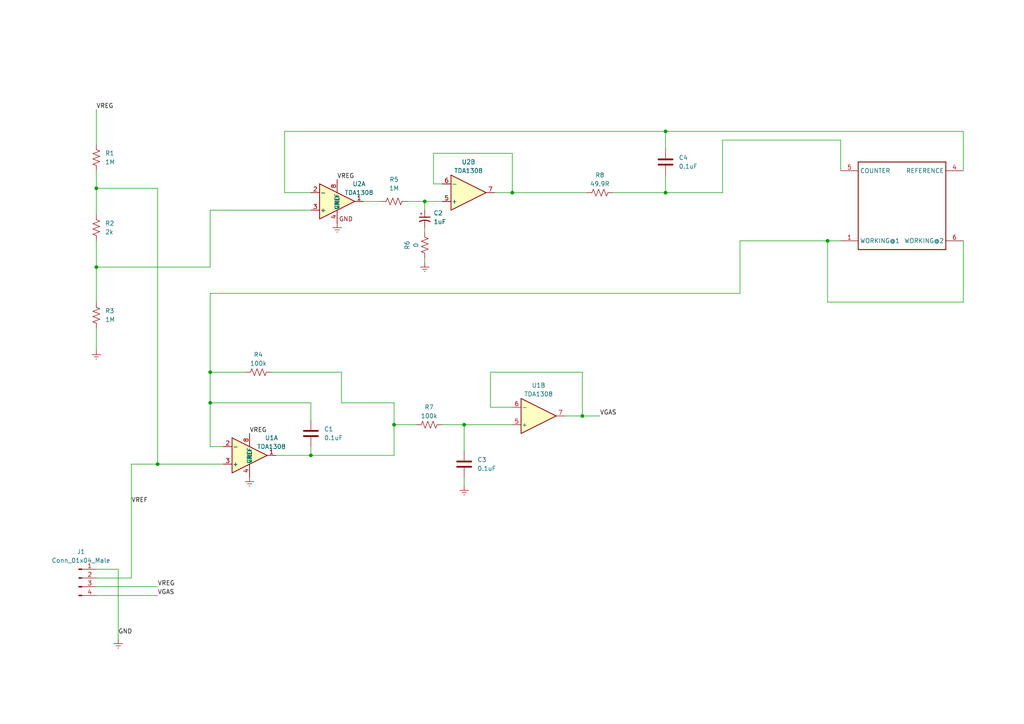
<source format=kicad_sch>
(kicad_sch (version 20211123) (generator eeschema)
  (paper "A4")
  (title_block (title "ULPSM_SCHEMATIC") (date "2022-08-02") (rev "V1.0") (company "University of Washington") (comment 1 "Nakseung Choi") (comment 2 "Vikram Iyer"))
  (lib_symbols
    (symbol "Amplifier_Audio:TDA1308" (pin_names (offset 0.127))
      (property "Reference" "U1" (at 0 10.16 0))
      (property "Value" "TDA1308" (at 0 7.62 0))
      (symbol "TDA1308_1_1"
        (polyline (pts (xy -5.08 5.08) (xy 5.08 0) (xy -5.08 -5.08) (xy -5.08 5.08)) (stroke (width 0.254)) (fill (type background)))
        (pin output line (at 7.62 0 180) (length 2.54) (name "~") (number "1"))
        (pin input line (at -7.62 -2.54 0) (length 2.54) (name "-") (number "2"))
        (pin input line (at -7.62 2.54 0) (length 2.54) (name "+") (number "3"))
      )
      (symbol "TDA1308_2_1"
        (polyline (pts (xy -5.08 5.08) (xy 5.08 0) (xy -5.08 -5.08) (xy -5.08 5.08)) (stroke (width 0.254)) (fill (type background)))
        (pin input line (at -7.62 -2.54 0) (length 2.54) (name "+") (number "5"))
        (pin input line (at -7.62 2.54 0) (length 2.54) (name "-") (number "6"))
        (pin output line (at 7.62 0 180) (length 2.54) (name "~") (number "7"))
      )
      (symbol "TDA1308_3_1"
        (pin power_in line (at -2.54 -7.62 90) (length 3.81) (name "VSS") (number "4"))
        (pin power_in line (at -2.54 7.62 270) (length 3.81) (name "V+") (number "8"))
      )
    )
    (symbol "Connector:Conn_01x04_Male" (pin_names (offset 1.016) hide)
      (property "Reference" "J" (at 0 5.08 0))
      (property "Value" "Conn_01x04_Male" (at 0 -7.62 0))
      (symbol "Conn_01x04_Male_1_1"
        (polyline (pts (xy 1.27 -5.08) (xy 0.8636 -5.08)) (stroke (width 0.1524)))
        (polyline (pts (xy 1.27 -2.54) (xy 0.8636 -2.54)) (stroke (width 0.1524)))
        (polyline (pts (xy 1.27 0) (xy 0.8636 0)) (stroke (width 0.1524)))
        (polyline (pts (xy 1.27 2.54) (xy 0.8636 2.54)) (stroke (width 0.1524)))
        (rectangle (start 0.8636 -4.953) (end 0 -5.207) (stroke (width 0.1524)) (fill (type outline)))
        (rectangle (start 0.8636 -2.413) (end 0 -2.667) (stroke (width 0.1524)) (fill (type outline)))
        (rectangle (start 0.8636 0.127) (end 0 -0.127) (stroke (width 0.1524)) (fill (type outline)))
        (rectangle (start 0.8636 2.667) (end 0 2.413) (stroke (width 0.1524)) (fill (type outline)))
        (pin passive line (at 5.08 2.54 180) (length 3.81) (name "Pin_1") (number "1"))
        (pin passive line (at 5.08 0 180) (length 3.81) (name "Pin_2") (number "2"))
        (pin passive line (at 5.08 -2.54 180) (length 3.81) (name "Pin_3") (number "3"))
        (pin passive line (at 5.08 -5.08 180) (length 3.81) (name "Pin_4") (number "4"))
      )
    )
    (symbol "Device:C" (pin_numbers hide) (pin_names (offset 0.254))
      (property "Reference" "C" (at 0.635 2.54 0))
      (property "Value" "C" (at 0.635 -2.54 0))
      (symbol "C_0_1"
        (polyline (pts (xy -2.032 -0.762) (xy 2.032 -0.762)) (stroke (width 0.508)))
        (polyline (pts (xy -2.032 0.762) (xy 2.032 0.762)) (stroke (width 0.508)))
      )
      (symbol "C_1_1"
        (pin passive line (at 0 3.81 270) (length 2.794) (name "~") (number "1"))
        (pin passive line (at 0 -3.81 90) (length 2.794) (name "~") (number "2"))
      )
    )
    (symbol "Device:C_Polarized_Small_US" (pin_numbers hide) (pin_names (offset 0.254) hide)
      (property "Reference" "C" (at 0.254 1.778 0))
      (property "Value" "C_Polarized_Small_US" (at 0.254 -2.032 0))
      (symbol "C_Polarized_Small_US_0_1"
        (polyline (pts (xy -1.524 0.508) (xy 1.524 0.508)) (stroke (width 0.3048)))
        (polyline (pts (xy -1.27 1.524) (xy -0.762 1.524)))
        (polyline (pts (xy -1.016 1.27) (xy -1.016 1.778)))
        (arc (start 1.524 -0.762) (mid 0 -0.3734) (end -1.524 -0.762) (stroke (width 0.3048)))
      )
      (symbol "C_Polarized_Small_US_1_1"
        (pin passive line (at 0 2.54 270) (length 2.032) (name "~") (number "1"))
        (pin passive line (at 0 -2.54 90) (length 2.032) (name "~") (number "2"))
      )
    )
    (symbol "Device:R_US" (pin_numbers hide) (pin_names (offset 0))
      (property "Reference" "R" (at 2.54 0 90))
      (property "Value" "R_US" (at -2.54 0 90))
      (symbol "R_US_0_1"
        (polyline (pts (xy 0 -2.286) (xy 0 -2.54)))
        (polyline (pts (xy 0 2.286) (xy 0 2.54)))
        (polyline (pts (xy 0 -0.762) (xy 1.016 -1.143) (xy 0 -1.524) (xy -1.016 -1.905) (xy 0 -2.286)))
        (polyline (pts (xy 0 0.762) (xy 1.016 0.381) (xy 0 0) (xy -1.016 -0.381) (xy 0 -0.762)))
        (polyline (pts (xy 0 2.286) (xy 1.016 1.905) (xy 0 1.524) (xy -1.016 1.143) (xy 0 0.762)))
      )
      (symbol "R_US_1_1"
        (pin passive line (at 0 3.81 270) (length 1.27) (name "~") (number "1"))
        (pin passive line (at 0 -3.81 90) (length 1.27) (name "~") (number "2"))
      )
    )
    (symbol "EcobitNRF9160 EV3-eagle-import:SPECSENSOR"
      (symbol "SPECSENSOR_1_0"
        (polyline (pts (xy -12.7 -12.7) (xy 12.7 -12.7)) (stroke (width 0.254)))
        (polyline (pts (xy -12.7 12.7) (xy -12.7 -12.7)) (stroke (width 0.254)))
        (polyline (pts (xy 12.7 -12.7) (xy 12.7 12.7)) (stroke (width 0.254)))
        (polyline (pts (xy 12.7 12.7) (xy -12.7 12.7)) (stroke (width 0.254)))
        (pin bidirectional line (at -17.78 -10.16 0) (length 5.08) (name "WORKING@1") (number "1"))
        (pin bidirectional line (at 17.78 10.16 180) (length 5.08) (name "REFERENCE") (number "4"))
        (pin bidirectional line (at -17.78 10.16 0) (length 5.08) (name "COUNTER") (number "5"))
        (pin bidirectional line (at 17.78 -10.16 180) (length 5.08) (name "WORKING@2") (number "6"))
      )
    )
    (symbol "TDA1308_1" (pin_names (offset 0.127))
      (property "Reference" "U1" (at 6.35 5.08 0))
      (property "Value" "TDA1308" (at 6.35 2.54 0))
      (symbol "TDA1308_1_1_1"
        (polyline (pts (xy -5.08 5.08) (xy 5.08 0) (xy -5.08 -5.08) (xy -5.08 5.08)) (stroke (width 0.254)) (fill (type background)))
        (pin output line (at 7.62 0 180) (length 2.54) (name "~") (number "1"))
        (pin input line (at -7.62 2.54 0) (length 2.54) (name "-") (number "2"))
        (pin input line (at -7.62 -2.54 0) (length 2.54) (name "+") (number "3"))
        (pin passive line (at 0 -6.35 90) (length 3.81) (name "GND") (number "4"))
        (pin passive line (at 0 6.35 270) (length 3.81) (name "VREF") (number "8"))
      )
      (symbol "TDA1308_1_2_1"
        (polyline (pts (xy -5.08 5.08) (xy 5.08 0) (xy -5.08 -5.08) (xy -5.08 5.08)) (stroke (width 0.254)) (fill (type background)))
        (pin input line (at -7.62 2.54 0) (length 2.54) (name "+") (number "5"))
        (pin input line (at -7.62 -2.54 0) (length 2.54) (name "-") (number "6"))
        (pin output line (at 7.62 0 180) (length 2.54) (name "~") (number "7"))
      )
      (symbol "TDA1308_1_3_1"
        (pin power_in line (at -2.54 -7.62 90) (length 3.81) (name "VSS") (number "4"))
        (pin power_in line (at -2.54 7.62 270) (length 3.81) (name "V+") (number "8"))
      )
    )
    (symbol "TDA1308_2" (pin_names (offset 0.127))
      (property "Reference" "U2" (at 6.35 5.08 0))
      (property "Value" "TDA1308" (at 6.35 2.54 0))
      (symbol "TDA1308_2_0_0"
        (text "GND" (at 2.54 -5.08 0) (effects (font (size 1.27 1.27))))
      )
      (symbol "TDA1308_2_1_1"
        (polyline (pts (xy -5.08 5.08) (xy 5.08 0) (xy -5.08 -5.08) (xy -5.08 5.08)) (stroke (width 0.254)) (fill (type background)))
        (pin output line (at 7.62 0 180) (length 2.54) (name "~") (number "1"))
        (pin input line (at -7.62 2.54 0) (length 2.54) (name "-") (number "2"))
        (pin input line (at -7.62 -2.54 0) (length 2.54) (name "+") (number "3"))
        (pin passive line (at 0 -6.35 90) (length 3.81) (name "GND") (number "4"))
        (pin input line (at 0 6.35 270) (length 3.81) (name "VREF") (number "8"))
      )
      (symbol "TDA1308_2_2_1"
        (polyline (pts (xy -5.08 5.08) (xy 5.08 0) (xy -5.08 -5.08) (xy -5.08 5.08)) (stroke (width 0.254)) (fill (type background)))
        (pin input line (at -7.62 2.54 0) (length 2.54) (name "+") (number "5"))
        (pin input line (at -7.62 -2.54 0) (length 2.54) (name "-") (number "6"))
        (pin output line (at 7.62 0 180) (length 2.54) (name "~") (number "7"))
      )
      (symbol "TDA1308_2_3_1"
        (pin power_in line (at -2.54 -7.62 90) (length 3.81) (name "VSS") (number "4"))
        (pin power_in line (at -2.54 7.62 270) (length 3.81) (name "V+") (number "8"))
      )
    )
    (symbol "power:Earth" (power) (pin_names (offset 0))
      (symbol "Earth_0_1"
        (polyline (pts (xy -0.635 -1.905) (xy 0.635 -1.905)))
        (polyline (pts (xy -0.127 -2.54) (xy 0.127 -2.54)))
        (polyline (pts (xy 0 -1.27) (xy 0 0)))
        (polyline (pts (xy 1.27 -1.27) (xy -1.27 -1.27)))
      )
      (symbol "Earth_1_1"
        (pin power_in line (at 0 0 270) (length 0) hide (name "Earth") (number "1"))
      )
    )
  )
  (junction (at 60.96 116.84))
  (junction (at 60.96 107.95))
  (junction (at 27.94 54.61))
  (junction (at 148.59 55.88))
  (junction (at 193.04 55.88))
  (junction (at 114.3 123.19))
  (junction (at 168.91 120.65))
  (junction (at 134.62 123.19))
  (junction (at 240.03 69.85))
  (junction (at 90.17 132.08))
  (junction (at 45.72 134.62))
  (junction (at 193.04 38.1))
  (junction (at 27.94 77.47))
  (junction (at 123.19 58.42))
  (wire (pts (xy 134.62 138.43) (xy 134.62 140.97)))
  (wire (pts (xy 60.96 60.96) (xy 60.96 77.47)))
  (wire (pts (xy 27.94 54.61) (xy 45.72 54.61)))
  (wire (pts (xy 143.51 55.88) (xy 148.59 55.88)))
  (wire (pts (xy 148.59 44.45) (xy 148.59 55.88)))
  (wire (pts (xy 90.17 116.84) (xy 90.17 121.92)))
  (wire (pts (xy 27.94 31.75) (xy 27.94 41.91)))
  (wire (pts (xy 168.91 120.65) (xy 173.99 120.65)))
  (wire (pts (xy 114.3 116.84) (xy 114.3 123.19)))
  (wire (pts (xy 168.91 107.95) (xy 168.91 120.65)))
  (wire (pts (xy 125.73 53.34) (xy 125.73 44.45)))
  (wire (pts (xy 38.1 167.64) (xy 38.1 134.62)))
  (wire (pts (xy 82.55 55.88) (xy 82.55 38.1)))
  (wire (pts (xy 240.03 69.85) (xy 243.84 69.85)))
  (wire (pts (xy 128.27 123.19) (xy 134.62 123.19)))
  (wire (pts (xy 123.19 58.42) (xy 123.19 60.96)))
  (wire (pts (xy 60.96 60.96) (xy 90.17 60.96)))
  (wire (pts (xy 90.17 55.88) (xy 82.55 55.88)))
  (wire (pts (xy 60.96 116.84) (xy 60.96 107.95)))
  (wire (pts (xy 60.96 107.95) (xy 71.12 107.95)))
  (wire (pts (xy 214.63 85.09) (xy 214.63 69.85)))
  (wire (pts (xy 27.94 167.64) (xy 38.1 167.64)))
  (wire (pts (xy 99.06 116.84) (xy 114.3 116.84)))
  (wire (pts (xy 60.96 85.09) (xy 214.63 85.09)))
  (wire (pts (xy 114.3 132.08) (xy 114.3 123.19)))
  (wire (pts (xy 134.62 123.19) (xy 134.62 130.81)))
  (wire (pts (xy 64.77 129.54) (xy 60.96 129.54)))
  (wire (pts (xy 240.03 69.85) (xy 240.03 87.63)))
  (wire (pts (xy 27.94 165.1) (xy 34.29 165.1)))
  (wire (pts (xy 134.62 123.19) (xy 148.59 123.19)))
  (wire (pts (xy 125.73 44.45) (xy 148.59 44.45)))
  (wire (pts (xy 163.83 120.65) (xy 168.91 120.65)))
  (wire (pts (xy 240.03 87.63) (xy 279.4 87.63)))
  (wire (pts (xy 279.4 87.63) (xy 279.4 69.85)))
  (wire (pts (xy 90.17 132.08) (xy 80.01 132.08)))
  (wire (pts (xy 214.63 69.85) (xy 240.03 69.85)))
  (wire (pts (xy 27.94 54.61) (xy 27.94 62.23)))
  (wire (pts (xy 60.96 129.54) (xy 60.96 116.84)))
  (wire (pts (xy 27.94 77.47) (xy 60.96 77.47)))
  (wire (pts (xy 209.55 55.88) (xy 209.55 40.64)))
  (wire (pts (xy 123.19 58.42) (xy 128.27 58.42)))
  (wire (pts (xy 105.41 58.42) (xy 110.49 58.42)))
  (wire (pts (xy 193.04 38.1) (xy 279.4 38.1)))
  (wire (pts (xy 193.04 43.18) (xy 193.04 38.1)))
  (wire (pts (xy 123.19 76.2) (xy 123.19 74.93)))
  (wire (pts (xy 193.04 50.8) (xy 193.04 55.88)))
  (wire (pts (xy 34.29 165.1) (xy 34.29 185.42)))
  (wire (pts (xy 60.96 107.95) (xy 60.96 85.09)))
  (wire (pts (xy 142.24 107.95) (xy 168.91 107.95)))
  (wire (pts (xy 78.74 107.95) (xy 99.06 107.95)))
  (wire (pts (xy 27.94 77.47) (xy 27.94 87.63)))
  (wire (pts (xy 243.84 40.64) (xy 243.84 49.53)))
  (wire (pts (xy 114.3 123.19) (xy 120.65 123.19)))
  (wire (pts (xy 45.72 54.61) (xy 45.72 134.62)))
  (wire (pts (xy 45.72 134.62) (xy 64.77 134.62)))
  (wire (pts (xy 60.96 116.84) (xy 90.17 116.84)))
  (wire (pts (xy 27.94 170.18) (xy 45.72 170.18)))
  (wire (pts (xy 27.94 49.53) (xy 27.94 54.61)))
  (wire (pts (xy 209.55 40.64) (xy 243.84 40.64)))
  (wire (pts (xy 99.06 107.95) (xy 99.06 116.84)))
  (wire (pts (xy 148.59 118.11) (xy 142.24 118.11)))
  (wire (pts (xy 38.1 134.62) (xy 45.72 134.62)))
  (wire (pts (xy 90.17 129.54) (xy 90.17 132.08)))
  (wire (pts (xy 128.27 53.34) (xy 125.73 53.34)))
  (wire (pts (xy 27.94 95.25) (xy 27.94 101.6)))
  (wire (pts (xy 82.55 38.1) (xy 193.04 38.1)))
  (wire (pts (xy 27.94 69.85) (xy 27.94 77.47)))
  (wire (pts (xy 193.04 55.88) (xy 209.55 55.88)))
  (wire (pts (xy 177.8 55.88) (xy 193.04 55.88)))
  (wire (pts (xy 27.94 172.72) (xy 45.72 172.72)))
  (wire (pts (xy 148.59 55.88) (xy 170.18 55.88)))
  (wire (pts (xy 279.4 38.1) (xy 279.4 49.53)))
  (wire (pts (xy 123.19 67.31) (xy 123.19 66.04)))
  (wire (pts (xy 118.11 58.42) (xy 123.19 58.42)))
  (wire (pts (xy 90.17 132.08) (xy 114.3 132.08)))
  (wire (pts (xy 142.24 118.11) (xy 142.24 107.95)))
  (label "VGAS" (at 173.99 120.65 0))
  (label "VREF" (at 38.1 146.05 0))
  (label "VREG" (at 27.94 31.75 0))
  (label "GND" (at 34.29 184.15 0))
  (label "VREG" (at 72.39 125.73 0))
  (label "VREG" (at 97.79 52.07 0))
  (label "VGAS" (at 45.72 172.72 0))
  (label "VREG" (at 45.72 170.18 0))
  (symbol (lib_id "power:Earth") (at 97.79 64.77 0) (unit 1)
    (property "Reference" "#PWR04" (effects hide))
    (property "Value" "Earth" (effects hide))
  )
  (symbol (lib_id "Device:R_US") (at 114.3 58.42 90) (unit 1)
    (property "Reference" "R5" (at 114.3 52.07 90))
    (property "Value" "1M" (at 114.3 54.61 90))
    (property "Footprint" "Resistor_SMD:R_0805_2012Metric" (effects hide))
  )
  (symbol (lib_id "Device:R_US") (at 124.46 123.19 90) (unit 1)
    (property "Reference" "R7" (at 124.46 118.11 90))
    (property "Value" "100k" (at 124.46 120.65 90))
    (property "Footprint" "Resistor_SMD:R_0805_2012Metric" (effects hide))
  )
  (symbol (lib_id "power:Earth") (at 123.19 76.2 0) (unit 1)
    (property "Reference" "#PWR05" (effects hide))
    (property "Value" "Earth" (effects hide))
  )
  (symbol (lib_id "Device:C") (at 134.62 134.62 0) (unit 1)
    (property "Reference" "C3" (at 138.43 133.3499 0) (effects (justify left)))
    (property "Value" "0.1uF" (at 138.43 135.8899 0) (effects (justify left)))
    (property "Footprint" "Capacitor_SMD:C_0805_2012Metric" (effects hide))
  )
  (symbol (lib_name "TDA1308_1") (lib_id "Amplifier_Audio:TDA1308") (at 72.39 132.08 0) (unit 1)
    (property "Reference" "U1" (at 78.74 127 0))
    (property "Value" "TDA1308" (at 78.74 129.54 0))
    (property "Footprint" "MPU6024T-I-MS:MCP6042T-I&slash_MS" (effects hide))
    (property "Datasheet" "https://www.nxp.com/docs/en/data-sheet/TDA1308.pdf" (effects hide))
  )
  (symbol (lib_id "power:Earth") (at 27.94 101.6 0) (unit 1)
    (property "Reference" "#PWR01" (effects hide))
    (property "Value" "Earth" (effects hide))
  )
  (symbol (lib_id "Device:R_US") (at 123.19 71.12 180) (unit 1)
    (property "Reference" "R6" (at 118.11 71.12 90))
    (property "Value" "0" (at 120.65 71.12 90))
    (property "Footprint" "Resistor_SMD:R_0805_2012Metric" (effects hide))
  )
  (symbol (lib_id "Device:R_US") (at 27.94 66.04 0) (unit 1)
    (property "Reference" "R2" (at 30.48 64.7699 0) (effects (justify left)))
    (property "Value" "2k" (at 30.48 67.3099 0) (effects (justify left)))
    (property "Footprint" "Resistor_SMD:R_0805_2012Metric" (effects hide))
  )
  (symbol (lib_id "Device:C") (at 193.04 46.99 0) (unit 1)
    (property "Reference" "C4" (at 196.85 45.7199 0) (effects (justify left)))
    (property "Value" "0.1uF" (at 196.85 48.2599 0) (effects (justify left)))
    (property "Footprint" "Capacitor_SMD:C_0805_2012Metric" (effects hide))
  )
  (symbol (lib_id "Amplifier_Audio:TDA1308") (at 156.21 120.65 0) (unit 2)
    (property "Reference" "U1" (at 156.21 111.76 0))
    (property "Value" "TDA1308" (at 156.21 114.3 0))
    (property "Footprint" "MPU6024T-I-MS:MCP6042T-I&slash_MS" (effects hide))
    (property "Datasheet" "https://www.nxp.com/docs/en/data-sheet/TDA1308.pdf" (effects hide))
  )
  (symbol (lib_id "Device:R_US") (at 74.93 107.95 90) (unit 1)
    (property "Reference" "R4" (at 74.93 102.87 90))
    (property "Value" "100k" (at 74.93 105.41 90))
    (property "Footprint" "Resistor_SMD:R_0805_2012Metric" (effects hide))
  )
  (symbol (lib_id "Device:C") (at 90.17 125.73 0) (unit 1)
    (property "Reference" "C1" (at 93.98 124.4599 0) (effects (justify left)))
    (property "Value" "0.1uF" (at 93.98 126.9999 0) (effects (justify left)))
    (property "Footprint" "Capacitor_SMD:C_0805_2012Metric" (effects hide))
  )
  (symbol (lib_id "Amplifier_Audio:TDA1308") (at 135.89 55.88 0) (unit 2)
    (property "Reference" "U2" (at 135.89 46.99 0))
    (property "Value" "TDA1308" (at 135.89 49.53 0))
    (property "Footprint" "MPU6024T-I-MS:MCP6042T-I&slash_MS" (effects hide))
    (property "Datasheet" "https://www.nxp.com/docs/en/data-sheet/TDA1308.pdf" (effects hide))
  )
  (symbol (lib_id "Connector:Conn_01x04_Male") (at 22.86 167.64 0) (unit 1)
    (property "Reference" "J1" (at 23.495 160.02 0))
    (property "Value" "Conn_01x04_Male" (at 23.495 162.56 0))
    (property "Footprint" "Connector_PinSocket_2.54mm:PinSocket_1x04_P2.54mm_Vertical" (effects hide))
  )
  (symbol (lib_id "Device:C_Polarized_Small_US") (at 123.19 63.5 0) (unit 1)
    (property "Reference" "C2" (at 125.73 61.7981 0) (effects (justify left)))
    (property "Value" "1uF" (at 125.73 64.3381 0) (effects (justify left)))
    (property "Footprint" "F951E105:F951E105MPAAQ2" (effects hide))
  )
  (symbol (lib_id "Device:R_US") (at 27.94 91.44 0) (unit 1)
    (property "Reference" "R3" (at 30.48 90.1699 0) (effects (justify left)))
    (property "Value" "1M" (at 30.48 92.7099 0) (effects (justify left)))
    (property "Footprint" "Resistor_SMD:R_0805_2012Metric" (effects hide))
  )
  (symbol (lib_id "Device:R_US") (at 27.94 45.72 0) (unit 1)
    (property "Reference" "R1" (at 30.48 44.4499 0) (effects (justify left)))
    (property "Value" "1M" (at 30.48 46.9899 0) (effects (justify left)))
    (property "Footprint" "Resistor_SMD:R_0805_2012Metric" (effects hide))
  )
  (symbol (lib_id "Device:R_US") (at 173.99 55.88 90) (unit 1)
    (property "Reference" "R8" (at 173.99 50.8 90))
    (property "Value" "49.9R" (at 173.99 53.34 90))
    (property "Footprint" "Resistor_SMD:R_0805_2012Metric" (effects hide))
  )
  (symbol (lib_id "power:Earth") (at 34.29 185.42 0) (unit 1)
    (property "Reference" "#PWR02" (effects hide))
    (property "Value" "Earth" (effects hide))
  )
  (symbol (lib_id "power:Earth") (at 134.62 140.97 0) (unit 1)
    (property "Reference" "#PWR06" (effects hide))
    (property "Value" "Earth" (effects hide))
  )
  (symbol (lib_id "power:Earth") (at 72.39 138.43 0) (unit 1)
    (property "Reference" "#PWR03" (effects hide))
    (property "Value" "Earth" (effects hide))
  )
  (symbol (lib_id "EcobitNRF9160 EV3-eagle-import:SPECSENSOR") (at 261.62 59.69 0) (unit 1)
    (property "Reference" "SENS-CO1" (effects hide))
    (property "Value" "SPECSENSOR" (effects hide))
    (property "Footprint" "CO2:3SP_CO_1000_P_Package_2" (effects hide))
  )
  (symbol (lib_name "TDA1308_2") (lib_id "Amplifier_Audio:TDA1308") (at 97.79 58.42 0) (unit 1)
    (property "Reference" "U2" (at 104.14 53.34 0))
    (property "Value" "TDA1308" (at 104.14 55.88 0))
    (property "Footprint" "MPU6024T-I-MS:MCP6042T-I&slash_MS" (effects hide))
    (property "Datasheet" "https://www.nxp.com/docs/en/data-sheet/TDA1308.pdf" (effects hide))
  )
)
</source>
